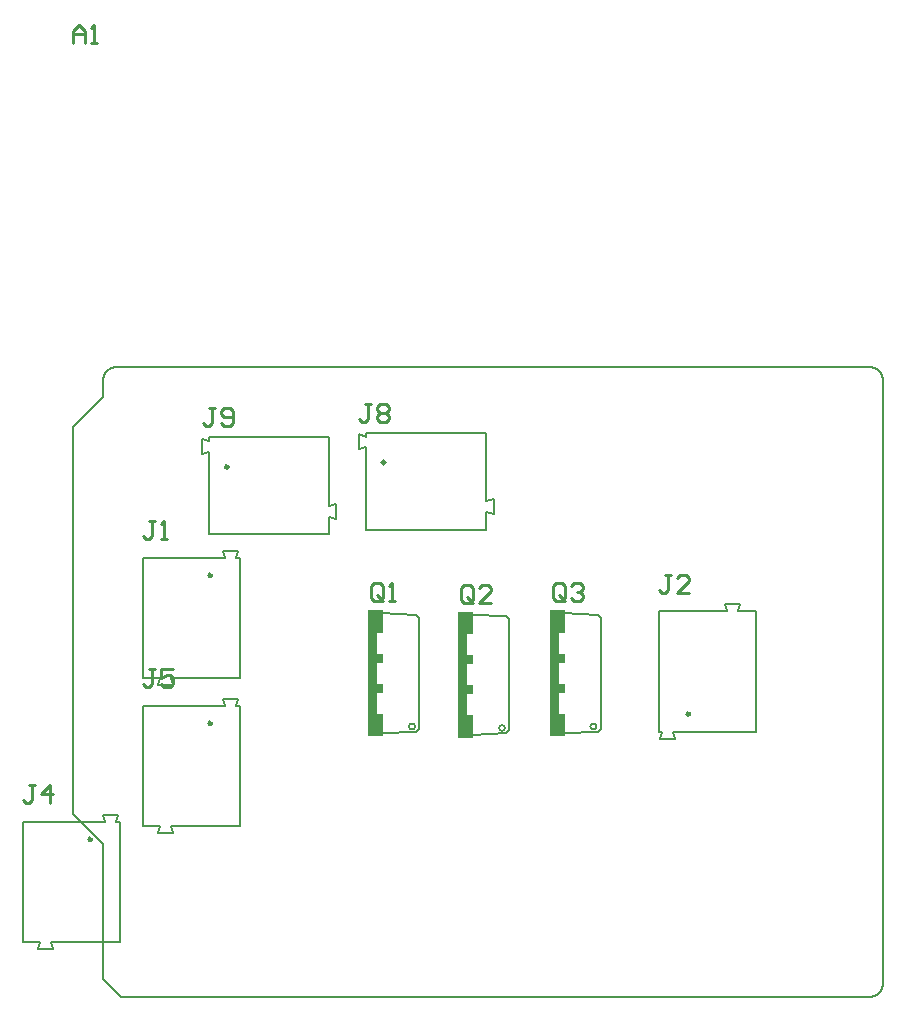
<source format=gto>
G04*
G04 #@! TF.GenerationSoftware,Altium Limited,Altium Designer,23.5.1 (21)*
G04*
G04 Layer_Color=65535*
%FSLAX44Y44*%
%MOMM*%
G71*
G04*
G04 #@! TF.SameCoordinates,ED782997-6606-4CDB-8382-DB1614AECA6D*
G04*
G04*
G04 #@! TF.FilePolarity,Positive*
G04*
G01*
G75*
%ADD10C,0.3000*%
%ADD11C,0.1270*%
%ADD12C,0.2000*%
%ADD13C,0.2540*%
G36*
X490230Y342926D02*
X485149D01*
Y325120D01*
X490230D01*
Y317507D01*
X485149D01*
Y299720D01*
X490240D01*
Y292075D01*
X485149D01*
Y274320D01*
X490227D01*
Y255243D01*
X485149D01*
Y255206D01*
X477520D01*
Y361950D01*
X490230D01*
Y342926D01*
D02*
G37*
G36*
X336560D02*
X331479D01*
Y325120D01*
X336560D01*
Y317507D01*
X331479D01*
Y299720D01*
X336570D01*
Y292075D01*
X331479D01*
Y274320D01*
X336557D01*
Y255243D01*
X331479D01*
Y255206D01*
X323850D01*
Y361950D01*
X336560D01*
Y342926D01*
D02*
G37*
G36*
X412760Y341656D02*
X407679D01*
Y323850D01*
X412760D01*
Y316237D01*
X407679D01*
Y298450D01*
X412770D01*
Y290805D01*
X407679D01*
Y273050D01*
X412757D01*
Y253973D01*
X407679D01*
Y253936D01*
X400050D01*
Y360680D01*
X412760D01*
Y341656D01*
D02*
G37*
D10*
X89390Y168080D02*
G03*
X89390Y168080I-1000J0D01*
G01*
X190990Y266270D02*
G03*
X190990Y266270I-1000J0D01*
G01*
X205030Y483360D02*
G03*
X205030Y483360I-1000J0D01*
G01*
X337980Y487170D02*
G03*
X337980Y487170I-1000J0D01*
G01*
X595870Y274280D02*
G03*
X595870Y274280I-1000J0D01*
G01*
X190990Y391600D02*
G03*
X190990Y391600I-1000J0D01*
G01*
D11*
X517144Y263652D02*
G03*
X517144Y263652I-2540J0D01*
G01*
X439674Y262382D02*
G03*
X439674Y262382I-2540J0D01*
G01*
X363474Y263652D02*
G03*
X363474Y263652I-2540J0D01*
G01*
X488950Y359410D02*
X518160Y358140D01*
X520700Y355600D01*
Y261620D02*
Y355600D01*
X518160Y259080D02*
X520700Y261620D01*
X488950Y257810D02*
X518160Y259080D01*
X411480Y358140D02*
X440690Y356870D01*
X443230Y354330D01*
Y260350D02*
Y354330D01*
X440690Y257810D02*
X443230Y260350D01*
X411480Y256540D02*
X440690Y257810D01*
X335280Y359410D02*
X364490Y358140D01*
X367030Y355600D01*
Y261620D02*
Y355600D01*
X364490Y259080D02*
X367030Y261620D01*
X335280Y257810D02*
X364490Y259080D01*
X114740Y34704D02*
X749515D01*
X752054Y35127D01*
X754382Y36185D01*
X756498Y37666D01*
X758190Y39782D01*
X759037Y42110D01*
X759460Y44860D01*
Y557759D01*
X759037Y560298D02*
X759460Y557759D01*
X758190Y562626D02*
X759037Y560298D01*
X756498Y564742D02*
X758190Y562626D01*
X754382Y566434D02*
X756498Y564742D01*
X752054Y567281D02*
X754382Y566434D01*
X749515Y567704D02*
X752054Y567281D01*
X109450Y567704D02*
X749515D01*
X106911Y567281D02*
X109450Y567704D01*
X104583Y566434D02*
X106911Y567281D01*
X102467Y564742D02*
X104583Y566434D01*
X100774Y562626D02*
X102467Y564742D01*
X99928Y560298D02*
X100774Y562626D01*
X99505Y557759D02*
X99928Y560298D01*
X99505Y542313D02*
Y557759D01*
X74114Y516922D02*
X99505Y542313D01*
X74114Y189589D02*
Y516922D01*
Y189589D02*
X99505Y164198D01*
Y49939D02*
Y164198D01*
Y49939D02*
X114740Y34704D01*
D12*
X110390Y183080D02*
X113390D01*
Y81080D02*
Y183080D01*
X55390Y81080D02*
X113390D01*
X55390D02*
X57390Y75080D01*
X44390D02*
X57390D01*
X44390D02*
X46390Y81080D01*
X31390D02*
X46390D01*
X31390D02*
Y183080D01*
X101390D01*
X99390Y189080D02*
X101390Y183080D01*
X99390Y189080D02*
X112390D01*
X110390Y183080D02*
X112390Y189080D01*
X211990Y281270D02*
X213990Y287270D01*
X200990D02*
X213990D01*
X200990D02*
X202990Y281270D01*
X132990D02*
X202990D01*
X132990Y179270D02*
Y281270D01*
Y179270D02*
X147990D01*
X145990Y173270D02*
X147990Y179270D01*
X145990Y173270D02*
X158990D01*
X156990Y179270D02*
X158990Y173270D01*
X156990Y179270D02*
X214990D01*
Y281270D01*
X211990D02*
X214990D01*
X189030Y505360D02*
Y508360D01*
X291030D01*
Y450360D02*
Y508360D01*
Y450360D02*
X297030Y452360D01*
Y439360D02*
Y452360D01*
X291030Y441360D02*
X297030Y439360D01*
X291030Y426360D02*
Y441360D01*
X189030Y426360D02*
X291030D01*
X189030D02*
Y496360D01*
X183030Y494360D02*
X189030Y496360D01*
X183030Y494360D02*
Y507360D01*
X189030Y505360D01*
X321980Y509170D02*
Y512170D01*
X423980D01*
Y454170D02*
Y512170D01*
Y454170D02*
X429980Y456170D01*
Y443170D02*
Y456170D01*
X423980Y445170D02*
X429980Y443170D01*
X423980Y430170D02*
Y445170D01*
X321980Y430170D02*
X423980D01*
X321980D02*
Y500170D01*
X315980Y498170D02*
X321980Y500170D01*
X315980Y498170D02*
Y511170D01*
X321980Y509170D01*
X569870Y259280D02*
X572870D01*
X569870D02*
Y361280D01*
X627870D01*
X625870Y367280D02*
X627870Y361280D01*
X625870Y367280D02*
X638870D01*
X636870Y361280D02*
X638870Y367280D01*
X636870Y361280D02*
X651870D01*
Y259280D02*
Y361280D01*
X581870Y259280D02*
X651870D01*
X581870D02*
X583870Y253280D01*
X570870D02*
X583870D01*
X570870D02*
X572870Y259280D01*
X211990Y406600D02*
X214990D01*
Y304600D02*
Y406600D01*
X156990Y304600D02*
X214990D01*
X156990D02*
X158990Y298600D01*
X145990D02*
X158990D01*
X145990D02*
X147990Y304600D01*
X132990D02*
X147990D01*
X132990D02*
Y406600D01*
X202990D01*
X200990Y412600D02*
X202990Y406600D01*
X200990Y412600D02*
X213990D01*
X211990Y406600D02*
X213990Y412600D01*
D13*
X42161Y213863D02*
X37082D01*
X39622D01*
Y201167D01*
X37082Y198628D01*
X34543D01*
X32004Y201167D01*
X54857Y198628D02*
Y213863D01*
X47239Y206245D01*
X57396D01*
X490217Y372109D02*
Y382266D01*
X487677Y384805D01*
X482599D01*
X480060Y382266D01*
Y372109D01*
X482599Y369570D01*
X487677D01*
X485138Y374648D02*
X490217Y369570D01*
X487677D02*
X490217Y372109D01*
X495295Y382266D02*
X497834Y384805D01*
X502913D01*
X505452Y382266D01*
Y379727D01*
X502913Y377188D01*
X500373D01*
X502913D01*
X505452Y374648D01*
Y372109D01*
X502913Y369570D01*
X497834D01*
X495295Y372109D01*
X412747Y370839D02*
Y380996D01*
X410207Y383535D01*
X405129D01*
X402590Y380996D01*
Y370839D01*
X405129Y368300D01*
X410207D01*
X407668Y373378D02*
X412747Y368300D01*
X410207D02*
X412747Y370839D01*
X427982Y368300D02*
X417825D01*
X427982Y378457D01*
Y380996D01*
X425443Y383535D01*
X420364D01*
X417825Y380996D01*
X336547Y372109D02*
Y382266D01*
X334007Y384805D01*
X328929D01*
X326390Y382266D01*
Y372109D01*
X328929Y369570D01*
X334007D01*
X331468Y374648D02*
X336547Y369570D01*
X334007D02*
X336547Y372109D01*
X341625Y369570D02*
X346703D01*
X344164D01*
Y384805D01*
X341625Y382266D01*
X193799Y533141D02*
X188720D01*
X191259D01*
Y520445D01*
X188720Y517906D01*
X186181D01*
X183642Y520445D01*
X198877D02*
X201416Y517906D01*
X206495D01*
X209034Y520445D01*
Y530602D01*
X206495Y533141D01*
X201416D01*
X198877Y530602D01*
Y528063D01*
X201416Y525523D01*
X209034D01*
X326641Y536951D02*
X321562D01*
X324101D01*
Y524255D01*
X321562Y521716D01*
X319023D01*
X316484Y524255D01*
X331719Y534412D02*
X334258Y536951D01*
X339337D01*
X341876Y534412D01*
Y531873D01*
X339337Y529333D01*
X341876Y526794D01*
Y524255D01*
X339337Y521716D01*
X334258D01*
X331719Y524255D01*
Y526794D01*
X334258Y529333D01*
X331719Y531873D01*
Y534412D01*
X334258Y529333D02*
X339337D01*
X143761Y312161D02*
X138682D01*
X141222D01*
Y299465D01*
X138682Y296926D01*
X136143D01*
X133604Y299465D01*
X158996Y312161D02*
X148839D01*
Y304543D01*
X153917Y307083D01*
X156457D01*
X158996Y304543D01*
Y299465D01*
X156457Y296926D01*
X151378D01*
X148839Y299465D01*
X580641Y392171D02*
X575562D01*
X578102D01*
Y379475D01*
X575562Y376936D01*
X573023D01*
X570484Y379475D01*
X595876Y376936D02*
X585719D01*
X595876Y387093D01*
Y389632D01*
X593337Y392171D01*
X588258D01*
X585719Y389632D01*
X143761Y437383D02*
X138682D01*
X141222D01*
Y424687D01*
X138682Y422148D01*
X136143D01*
X133604Y424687D01*
X148839Y422148D02*
X153917D01*
X151378D01*
Y437383D01*
X148839Y434844D01*
X73914Y842010D02*
Y852167D01*
X78992Y857245D01*
X84071Y852167D01*
Y842010D01*
Y849628D01*
X73914D01*
X89149Y842010D02*
X94227D01*
X91688D01*
Y857245D01*
X89149Y854706D01*
M02*

</source>
